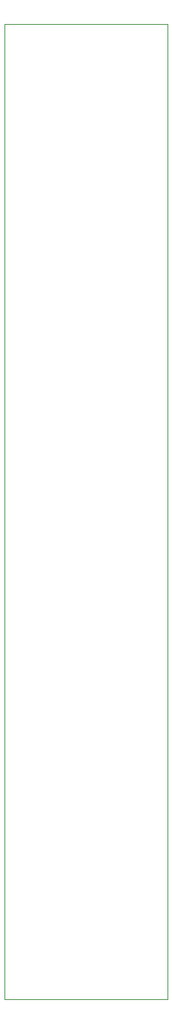
<source format=gbr>
G04 #@! TF.GenerationSoftware,KiCad,Pcbnew,(6.0.0)*
G04 #@! TF.CreationDate,2022-01-28T00:57:07+09:00*
G04 #@! TF.ProjectId,exits board A,65786974-7320-4626-9f61-726420412e6b,2.1*
G04 #@! TF.SameCoordinates,Original*
G04 #@! TF.FileFunction,Profile,NP*
%FSLAX46Y46*%
G04 Gerber Fmt 4.6, Leading zero omitted, Abs format (unit mm)*
G04 Created by KiCad (PCBNEW (6.0.0)) date 2022-01-28 00:57:07*
%MOMM*%
%LPD*%
G01*
G04 APERTURE LIST*
G04 #@! TA.AperFunction,Profile*
%ADD10C,0.025400*%
G04 #@! TD*
G04 APERTURE END LIST*
D10*
X141250000Y-150000000D02*
X122750000Y-150000000D01*
X122750000Y-150000000D02*
X122750000Y-40000000D01*
X122750000Y-40000000D02*
X141250000Y-40000000D01*
X141250000Y-40000000D02*
X141250000Y-150000000D01*
M02*

</source>
